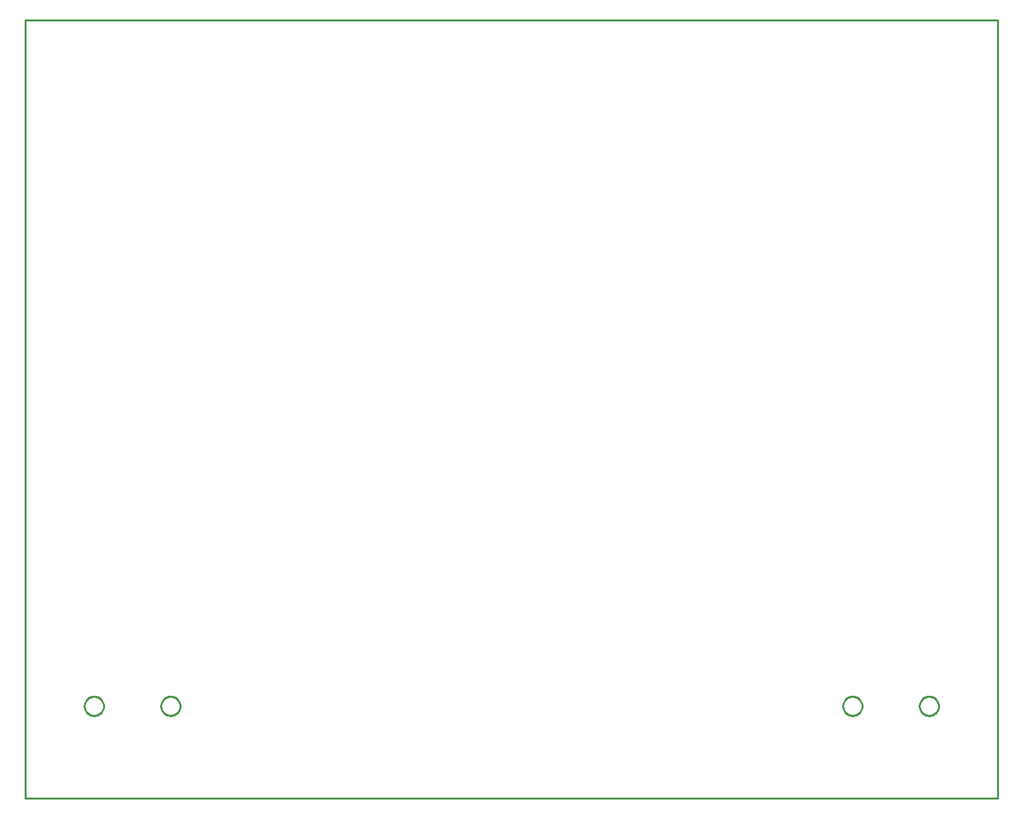
<source format=gbr>
G04 EAGLE Gerber RS-274X export*
G75*
%MOMM*%
%FSLAX34Y34*%
%LPD*%
%IN*%
%IPPOS*%
%AMOC8*
5,1,8,0,0,1.08239X$1,22.5*%
G01*
%ADD10C,0.254000*%


D10*
X0Y0D02*
X1269800Y0D01*
X1270000Y1016000D01*
X0Y1016000D01*
X0Y0D01*
X102200Y120309D02*
X102123Y119330D01*
X101969Y118360D01*
X101740Y117404D01*
X101436Y116470D01*
X101061Y115563D01*
X100615Y114688D01*
X100101Y113850D01*
X99524Y113055D01*
X98886Y112308D01*
X98192Y111614D01*
X97445Y110976D01*
X96650Y110399D01*
X95812Y109885D01*
X94937Y109439D01*
X94030Y109064D01*
X93096Y108760D01*
X92141Y108531D01*
X91170Y108377D01*
X90191Y108300D01*
X89209Y108300D01*
X88230Y108377D01*
X87260Y108531D01*
X86304Y108760D01*
X85370Y109064D01*
X84463Y109439D01*
X83588Y109885D01*
X82750Y110399D01*
X81955Y110976D01*
X81208Y111614D01*
X80514Y112308D01*
X79876Y113055D01*
X79299Y113850D01*
X78785Y114688D01*
X78339Y115563D01*
X77964Y116470D01*
X77660Y117404D01*
X77431Y118360D01*
X77277Y119330D01*
X77200Y120309D01*
X77200Y121291D01*
X77277Y122270D01*
X77431Y123241D01*
X77660Y124196D01*
X77964Y125130D01*
X78339Y126037D01*
X78785Y126912D01*
X79299Y127750D01*
X79876Y128545D01*
X80514Y129292D01*
X81208Y129986D01*
X81955Y130624D01*
X82750Y131201D01*
X83588Y131715D01*
X84463Y132161D01*
X85370Y132536D01*
X86304Y132840D01*
X87260Y133069D01*
X88230Y133223D01*
X89209Y133300D01*
X90191Y133300D01*
X91170Y133223D01*
X92141Y133069D01*
X93096Y132840D01*
X94030Y132536D01*
X94937Y132161D01*
X95812Y131715D01*
X96650Y131201D01*
X97445Y130624D01*
X98192Y129986D01*
X98886Y129292D01*
X99524Y128545D01*
X100101Y127750D01*
X100615Y126912D01*
X101061Y126037D01*
X101436Y125130D01*
X101740Y124196D01*
X101969Y123241D01*
X102123Y122270D01*
X102200Y121291D01*
X102200Y120309D01*
X202200Y120309D02*
X202123Y119330D01*
X201969Y118360D01*
X201740Y117404D01*
X201436Y116470D01*
X201061Y115563D01*
X200615Y114688D01*
X200101Y113850D01*
X199524Y113055D01*
X198886Y112308D01*
X198192Y111614D01*
X197445Y110976D01*
X196650Y110399D01*
X195812Y109885D01*
X194937Y109439D01*
X194030Y109064D01*
X193096Y108760D01*
X192141Y108531D01*
X191170Y108377D01*
X190191Y108300D01*
X189209Y108300D01*
X188230Y108377D01*
X187260Y108531D01*
X186304Y108760D01*
X185370Y109064D01*
X184463Y109439D01*
X183588Y109885D01*
X182750Y110399D01*
X181955Y110976D01*
X181208Y111614D01*
X180514Y112308D01*
X179876Y113055D01*
X179299Y113850D01*
X178785Y114688D01*
X178339Y115563D01*
X177964Y116470D01*
X177660Y117404D01*
X177431Y118360D01*
X177277Y119330D01*
X177200Y120309D01*
X177200Y121291D01*
X177277Y122270D01*
X177431Y123241D01*
X177660Y124196D01*
X177964Y125130D01*
X178339Y126037D01*
X178785Y126912D01*
X179299Y127750D01*
X179876Y128545D01*
X180514Y129292D01*
X181208Y129986D01*
X181955Y130624D01*
X182750Y131201D01*
X183588Y131715D01*
X184463Y132161D01*
X185370Y132536D01*
X186304Y132840D01*
X187260Y133069D01*
X188230Y133223D01*
X189209Y133300D01*
X190191Y133300D01*
X191170Y133223D01*
X192141Y133069D01*
X193096Y132840D01*
X194030Y132536D01*
X194937Y132161D01*
X195812Y131715D01*
X196650Y131201D01*
X197445Y130624D01*
X198192Y129986D01*
X198886Y129292D01*
X199524Y128545D01*
X200101Y127750D01*
X200615Y126912D01*
X201061Y126037D01*
X201436Y125130D01*
X201740Y124196D01*
X201969Y123241D01*
X202123Y122270D01*
X202200Y121291D01*
X202200Y120309D01*
X1092800Y120309D02*
X1092723Y119330D01*
X1092569Y118360D01*
X1092340Y117404D01*
X1092036Y116470D01*
X1091661Y115563D01*
X1091215Y114688D01*
X1090701Y113850D01*
X1090124Y113055D01*
X1089486Y112308D01*
X1088792Y111614D01*
X1088045Y110976D01*
X1087250Y110399D01*
X1086412Y109885D01*
X1085537Y109439D01*
X1084630Y109064D01*
X1083696Y108760D01*
X1082741Y108531D01*
X1081770Y108377D01*
X1080791Y108300D01*
X1079809Y108300D01*
X1078830Y108377D01*
X1077860Y108531D01*
X1076904Y108760D01*
X1075970Y109064D01*
X1075063Y109439D01*
X1074188Y109885D01*
X1073350Y110399D01*
X1072555Y110976D01*
X1071808Y111614D01*
X1071114Y112308D01*
X1070476Y113055D01*
X1069899Y113850D01*
X1069385Y114688D01*
X1068939Y115563D01*
X1068564Y116470D01*
X1068260Y117404D01*
X1068031Y118360D01*
X1067877Y119330D01*
X1067800Y120309D01*
X1067800Y121291D01*
X1067877Y122270D01*
X1068031Y123241D01*
X1068260Y124196D01*
X1068564Y125130D01*
X1068939Y126037D01*
X1069385Y126912D01*
X1069899Y127750D01*
X1070476Y128545D01*
X1071114Y129292D01*
X1071808Y129986D01*
X1072555Y130624D01*
X1073350Y131201D01*
X1074188Y131715D01*
X1075063Y132161D01*
X1075970Y132536D01*
X1076904Y132840D01*
X1077860Y133069D01*
X1078830Y133223D01*
X1079809Y133300D01*
X1080791Y133300D01*
X1081770Y133223D01*
X1082741Y133069D01*
X1083696Y132840D01*
X1084630Y132536D01*
X1085537Y132161D01*
X1086412Y131715D01*
X1087250Y131201D01*
X1088045Y130624D01*
X1088792Y129986D01*
X1089486Y129292D01*
X1090124Y128545D01*
X1090701Y127750D01*
X1091215Y126912D01*
X1091661Y126037D01*
X1092036Y125130D01*
X1092340Y124196D01*
X1092569Y123241D01*
X1092723Y122270D01*
X1092800Y121291D01*
X1092800Y120309D01*
X1192800Y120309D02*
X1192723Y119330D01*
X1192569Y118360D01*
X1192340Y117404D01*
X1192036Y116470D01*
X1191661Y115563D01*
X1191215Y114688D01*
X1190701Y113850D01*
X1190124Y113055D01*
X1189486Y112308D01*
X1188792Y111614D01*
X1188045Y110976D01*
X1187250Y110399D01*
X1186412Y109885D01*
X1185537Y109439D01*
X1184630Y109064D01*
X1183696Y108760D01*
X1182741Y108531D01*
X1181770Y108377D01*
X1180791Y108300D01*
X1179809Y108300D01*
X1178830Y108377D01*
X1177860Y108531D01*
X1176904Y108760D01*
X1175970Y109064D01*
X1175063Y109439D01*
X1174188Y109885D01*
X1173350Y110399D01*
X1172555Y110976D01*
X1171808Y111614D01*
X1171114Y112308D01*
X1170476Y113055D01*
X1169899Y113850D01*
X1169385Y114688D01*
X1168939Y115563D01*
X1168564Y116470D01*
X1168260Y117404D01*
X1168031Y118360D01*
X1167877Y119330D01*
X1167800Y120309D01*
X1167800Y121291D01*
X1167877Y122270D01*
X1168031Y123241D01*
X1168260Y124196D01*
X1168564Y125130D01*
X1168939Y126037D01*
X1169385Y126912D01*
X1169899Y127750D01*
X1170476Y128545D01*
X1171114Y129292D01*
X1171808Y129986D01*
X1172555Y130624D01*
X1173350Y131201D01*
X1174188Y131715D01*
X1175063Y132161D01*
X1175970Y132536D01*
X1176904Y132840D01*
X1177860Y133069D01*
X1178830Y133223D01*
X1179809Y133300D01*
X1180791Y133300D01*
X1181770Y133223D01*
X1182741Y133069D01*
X1183696Y132840D01*
X1184630Y132536D01*
X1185537Y132161D01*
X1186412Y131715D01*
X1187250Y131201D01*
X1188045Y130624D01*
X1188792Y129986D01*
X1189486Y129292D01*
X1190124Y128545D01*
X1190701Y127750D01*
X1191215Y126912D01*
X1191661Y126037D01*
X1192036Y125130D01*
X1192340Y124196D01*
X1192569Y123241D01*
X1192723Y122270D01*
X1192800Y121291D01*
X1192800Y120309D01*
M02*

</source>
